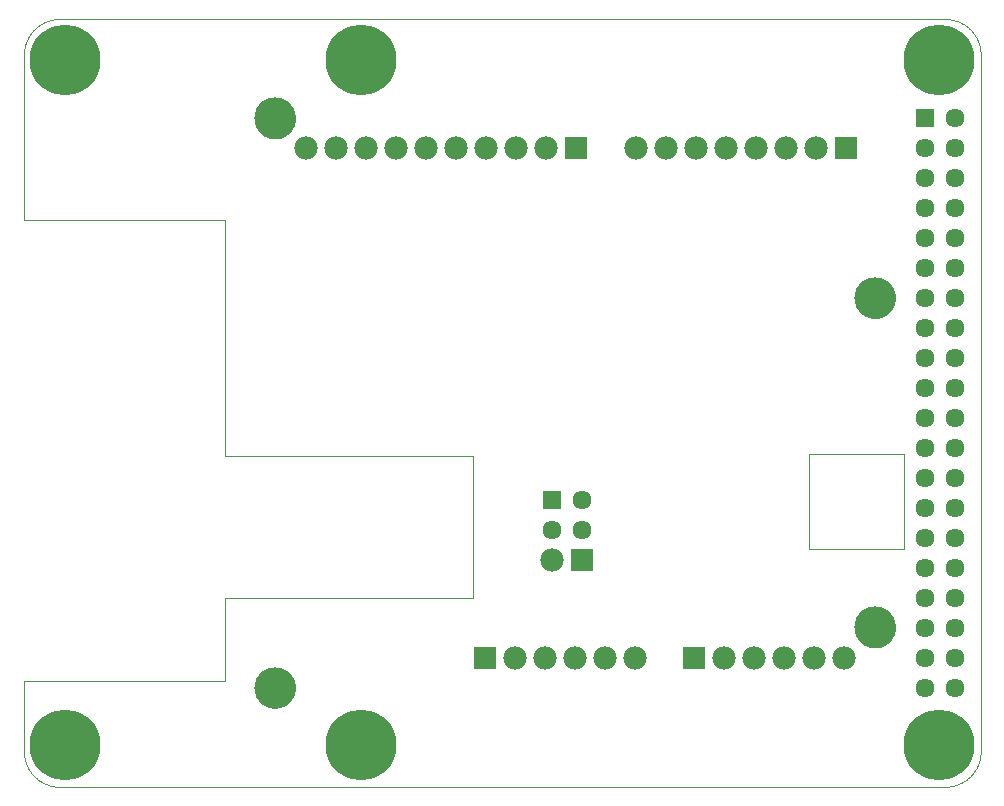
<source format=gts>
G75*
%MOIN*%
%OFA0B0*%
%FSLAX25Y25*%
%IPPOS*%
%LPD*%
%AMOC8*
5,1,8,0,0,1.08239X$1,22.5*
%
%ADD10C,0.00000*%
%ADD11C,0.13786*%
%ADD12C,0.11030*%
%ADD13C,0.23622*%
%ADD14R,0.06337X0.06337*%
%ADD15C,0.06337*%
%ADD16R,0.07800X0.07800*%
%ADD17C,0.07800*%
D10*
X0095551Y0157756D02*
X0390827Y0157756D01*
X0391112Y0157759D01*
X0391398Y0157770D01*
X0391683Y0157787D01*
X0391967Y0157811D01*
X0392251Y0157842D01*
X0392534Y0157880D01*
X0392815Y0157925D01*
X0393096Y0157976D01*
X0393376Y0158034D01*
X0393654Y0158099D01*
X0393930Y0158171D01*
X0394204Y0158249D01*
X0394477Y0158334D01*
X0394747Y0158426D01*
X0395015Y0158524D01*
X0395281Y0158628D01*
X0395544Y0158739D01*
X0395804Y0158856D01*
X0396062Y0158979D01*
X0396316Y0159109D01*
X0396567Y0159245D01*
X0396815Y0159386D01*
X0397059Y0159534D01*
X0397300Y0159687D01*
X0397536Y0159847D01*
X0397769Y0160012D01*
X0397998Y0160182D01*
X0398223Y0160358D01*
X0398443Y0160540D01*
X0398659Y0160726D01*
X0398870Y0160918D01*
X0399077Y0161115D01*
X0399279Y0161317D01*
X0399476Y0161524D01*
X0399668Y0161735D01*
X0399854Y0161951D01*
X0400036Y0162171D01*
X0400212Y0162396D01*
X0400382Y0162625D01*
X0400547Y0162858D01*
X0400707Y0163094D01*
X0400860Y0163335D01*
X0401008Y0163579D01*
X0401149Y0163827D01*
X0401285Y0164078D01*
X0401415Y0164332D01*
X0401538Y0164590D01*
X0401655Y0164850D01*
X0401766Y0165113D01*
X0401870Y0165379D01*
X0401968Y0165647D01*
X0402060Y0165917D01*
X0402145Y0166190D01*
X0402223Y0166464D01*
X0402295Y0166740D01*
X0402360Y0167018D01*
X0402418Y0167298D01*
X0402469Y0167579D01*
X0402514Y0167860D01*
X0402552Y0168143D01*
X0402583Y0168427D01*
X0402607Y0168711D01*
X0402624Y0168996D01*
X0402635Y0169282D01*
X0402638Y0169567D01*
X0402638Y0401850D01*
X0402635Y0402135D01*
X0402624Y0402421D01*
X0402607Y0402706D01*
X0402583Y0402990D01*
X0402552Y0403274D01*
X0402514Y0403557D01*
X0402469Y0403838D01*
X0402418Y0404119D01*
X0402360Y0404399D01*
X0402295Y0404677D01*
X0402223Y0404953D01*
X0402145Y0405227D01*
X0402060Y0405500D01*
X0401968Y0405770D01*
X0401870Y0406038D01*
X0401766Y0406304D01*
X0401655Y0406567D01*
X0401538Y0406827D01*
X0401415Y0407085D01*
X0401285Y0407339D01*
X0401149Y0407590D01*
X0401008Y0407838D01*
X0400860Y0408082D01*
X0400707Y0408323D01*
X0400547Y0408559D01*
X0400382Y0408792D01*
X0400212Y0409021D01*
X0400036Y0409246D01*
X0399854Y0409466D01*
X0399668Y0409682D01*
X0399476Y0409893D01*
X0399279Y0410100D01*
X0399077Y0410302D01*
X0398870Y0410499D01*
X0398659Y0410691D01*
X0398443Y0410877D01*
X0398223Y0411059D01*
X0397998Y0411235D01*
X0397769Y0411405D01*
X0397536Y0411570D01*
X0397300Y0411730D01*
X0397059Y0411883D01*
X0396815Y0412031D01*
X0396567Y0412172D01*
X0396316Y0412308D01*
X0396062Y0412438D01*
X0395804Y0412561D01*
X0395544Y0412678D01*
X0395281Y0412789D01*
X0395015Y0412893D01*
X0394747Y0412991D01*
X0394477Y0413083D01*
X0394204Y0413168D01*
X0393930Y0413246D01*
X0393654Y0413318D01*
X0393376Y0413383D01*
X0393096Y0413441D01*
X0392815Y0413492D01*
X0392534Y0413537D01*
X0392251Y0413575D01*
X0391967Y0413606D01*
X0391683Y0413630D01*
X0391398Y0413647D01*
X0391112Y0413658D01*
X0390827Y0413661D01*
X0095551Y0413661D01*
X0095266Y0413658D01*
X0094980Y0413647D01*
X0094695Y0413630D01*
X0094411Y0413606D01*
X0094127Y0413575D01*
X0093844Y0413537D01*
X0093563Y0413492D01*
X0093282Y0413441D01*
X0093002Y0413383D01*
X0092724Y0413318D01*
X0092448Y0413246D01*
X0092174Y0413168D01*
X0091901Y0413083D01*
X0091631Y0412991D01*
X0091363Y0412893D01*
X0091097Y0412789D01*
X0090834Y0412678D01*
X0090574Y0412561D01*
X0090316Y0412438D01*
X0090062Y0412308D01*
X0089811Y0412172D01*
X0089563Y0412031D01*
X0089319Y0411883D01*
X0089078Y0411730D01*
X0088842Y0411570D01*
X0088609Y0411405D01*
X0088380Y0411235D01*
X0088155Y0411059D01*
X0087935Y0410877D01*
X0087719Y0410691D01*
X0087508Y0410499D01*
X0087301Y0410302D01*
X0087099Y0410100D01*
X0086902Y0409893D01*
X0086710Y0409682D01*
X0086524Y0409466D01*
X0086342Y0409246D01*
X0086166Y0409021D01*
X0085996Y0408792D01*
X0085831Y0408559D01*
X0085671Y0408323D01*
X0085518Y0408082D01*
X0085370Y0407838D01*
X0085229Y0407590D01*
X0085093Y0407339D01*
X0084963Y0407085D01*
X0084840Y0406827D01*
X0084723Y0406567D01*
X0084612Y0406304D01*
X0084508Y0406038D01*
X0084410Y0405770D01*
X0084318Y0405500D01*
X0084233Y0405227D01*
X0084155Y0404953D01*
X0084083Y0404677D01*
X0084018Y0404399D01*
X0083960Y0404119D01*
X0083909Y0403838D01*
X0083864Y0403557D01*
X0083826Y0403274D01*
X0083795Y0402990D01*
X0083771Y0402706D01*
X0083754Y0402421D01*
X0083743Y0402135D01*
X0083740Y0401850D01*
X0083740Y0346732D01*
X0150669Y0346732D01*
X0150669Y0267992D01*
X0233346Y0267992D01*
X0233346Y0220748D01*
X0150669Y0220748D01*
X0150669Y0193189D01*
X0083740Y0193189D01*
X0083740Y0169567D01*
X0083743Y0169282D01*
X0083754Y0168996D01*
X0083771Y0168711D01*
X0083795Y0168427D01*
X0083826Y0168143D01*
X0083864Y0167860D01*
X0083909Y0167579D01*
X0083960Y0167298D01*
X0084018Y0167018D01*
X0084083Y0166740D01*
X0084155Y0166464D01*
X0084233Y0166190D01*
X0084318Y0165917D01*
X0084410Y0165647D01*
X0084508Y0165379D01*
X0084612Y0165113D01*
X0084723Y0164850D01*
X0084840Y0164590D01*
X0084963Y0164332D01*
X0085093Y0164078D01*
X0085229Y0163827D01*
X0085370Y0163579D01*
X0085518Y0163335D01*
X0085671Y0163094D01*
X0085831Y0162858D01*
X0085996Y0162625D01*
X0086166Y0162396D01*
X0086342Y0162171D01*
X0086524Y0161951D01*
X0086710Y0161735D01*
X0086902Y0161524D01*
X0087099Y0161317D01*
X0087301Y0161115D01*
X0087508Y0160918D01*
X0087719Y0160726D01*
X0087935Y0160540D01*
X0088155Y0160358D01*
X0088380Y0160182D01*
X0088609Y0160012D01*
X0088842Y0159847D01*
X0089078Y0159687D01*
X0089319Y0159534D01*
X0089563Y0159386D01*
X0089811Y0159245D01*
X0090062Y0159109D01*
X0090316Y0158979D01*
X0090574Y0158856D01*
X0090834Y0158739D01*
X0091097Y0158628D01*
X0091363Y0158524D01*
X0091631Y0158426D01*
X0091901Y0158334D01*
X0092174Y0158249D01*
X0092448Y0158171D01*
X0092724Y0158099D01*
X0093002Y0158034D01*
X0093282Y0157976D01*
X0093563Y0157925D01*
X0093844Y0157880D01*
X0094127Y0157842D01*
X0094411Y0157811D01*
X0094695Y0157787D01*
X0094980Y0157770D01*
X0095266Y0157759D01*
X0095551Y0157756D01*
X0092205Y0171535D02*
X0092207Y0171680D01*
X0092213Y0171825D01*
X0092223Y0171970D01*
X0092237Y0172115D01*
X0092255Y0172259D01*
X0092276Y0172402D01*
X0092302Y0172545D01*
X0092331Y0172687D01*
X0092365Y0172829D01*
X0092402Y0172969D01*
X0092443Y0173108D01*
X0092488Y0173246D01*
X0092537Y0173383D01*
X0092589Y0173519D01*
X0092645Y0173653D01*
X0092705Y0173785D01*
X0092768Y0173916D01*
X0092835Y0174044D01*
X0092905Y0174172D01*
X0092979Y0174297D01*
X0093056Y0174420D01*
X0093136Y0174540D01*
X0093220Y0174659D01*
X0093307Y0174775D01*
X0093397Y0174889D01*
X0093490Y0175001D01*
X0093586Y0175109D01*
X0093686Y0175215D01*
X0093787Y0175319D01*
X0093892Y0175419D01*
X0094000Y0175517D01*
X0094110Y0175612D01*
X0094222Y0175703D01*
X0094337Y0175792D01*
X0094455Y0175877D01*
X0094575Y0175959D01*
X0094697Y0176038D01*
X0094821Y0176114D01*
X0094947Y0176186D01*
X0095075Y0176254D01*
X0095205Y0176319D01*
X0095336Y0176381D01*
X0095469Y0176438D01*
X0095604Y0176493D01*
X0095740Y0176543D01*
X0095878Y0176590D01*
X0096016Y0176633D01*
X0096156Y0176672D01*
X0096297Y0176707D01*
X0096439Y0176739D01*
X0096581Y0176766D01*
X0096724Y0176790D01*
X0096868Y0176810D01*
X0097013Y0176826D01*
X0097157Y0176838D01*
X0097302Y0176846D01*
X0097447Y0176850D01*
X0097593Y0176850D01*
X0097738Y0176846D01*
X0097883Y0176838D01*
X0098027Y0176826D01*
X0098172Y0176810D01*
X0098316Y0176790D01*
X0098459Y0176766D01*
X0098601Y0176739D01*
X0098743Y0176707D01*
X0098884Y0176672D01*
X0099024Y0176633D01*
X0099162Y0176590D01*
X0099300Y0176543D01*
X0099436Y0176493D01*
X0099571Y0176438D01*
X0099704Y0176381D01*
X0099835Y0176319D01*
X0099965Y0176254D01*
X0100093Y0176186D01*
X0100219Y0176114D01*
X0100343Y0176038D01*
X0100465Y0175959D01*
X0100585Y0175877D01*
X0100703Y0175792D01*
X0100818Y0175703D01*
X0100930Y0175612D01*
X0101040Y0175517D01*
X0101148Y0175419D01*
X0101253Y0175319D01*
X0101354Y0175215D01*
X0101454Y0175109D01*
X0101550Y0175001D01*
X0101643Y0174889D01*
X0101733Y0174775D01*
X0101820Y0174659D01*
X0101904Y0174540D01*
X0101984Y0174420D01*
X0102061Y0174297D01*
X0102135Y0174172D01*
X0102205Y0174044D01*
X0102272Y0173916D01*
X0102335Y0173785D01*
X0102395Y0173653D01*
X0102451Y0173519D01*
X0102503Y0173383D01*
X0102552Y0173246D01*
X0102597Y0173108D01*
X0102638Y0172969D01*
X0102675Y0172829D01*
X0102709Y0172687D01*
X0102738Y0172545D01*
X0102764Y0172402D01*
X0102785Y0172259D01*
X0102803Y0172115D01*
X0102817Y0171970D01*
X0102827Y0171825D01*
X0102833Y0171680D01*
X0102835Y0171535D01*
X0102833Y0171390D01*
X0102827Y0171245D01*
X0102817Y0171100D01*
X0102803Y0170955D01*
X0102785Y0170811D01*
X0102764Y0170668D01*
X0102738Y0170525D01*
X0102709Y0170383D01*
X0102675Y0170241D01*
X0102638Y0170101D01*
X0102597Y0169962D01*
X0102552Y0169824D01*
X0102503Y0169687D01*
X0102451Y0169551D01*
X0102395Y0169417D01*
X0102335Y0169285D01*
X0102272Y0169154D01*
X0102205Y0169026D01*
X0102135Y0168898D01*
X0102061Y0168773D01*
X0101984Y0168650D01*
X0101904Y0168530D01*
X0101820Y0168411D01*
X0101733Y0168295D01*
X0101643Y0168181D01*
X0101550Y0168069D01*
X0101454Y0167961D01*
X0101354Y0167855D01*
X0101253Y0167751D01*
X0101148Y0167651D01*
X0101040Y0167553D01*
X0100930Y0167458D01*
X0100818Y0167367D01*
X0100703Y0167278D01*
X0100585Y0167193D01*
X0100465Y0167111D01*
X0100343Y0167032D01*
X0100219Y0166956D01*
X0100093Y0166884D01*
X0099965Y0166816D01*
X0099835Y0166751D01*
X0099704Y0166689D01*
X0099571Y0166632D01*
X0099436Y0166577D01*
X0099300Y0166527D01*
X0099162Y0166480D01*
X0099024Y0166437D01*
X0098884Y0166398D01*
X0098743Y0166363D01*
X0098601Y0166331D01*
X0098459Y0166304D01*
X0098316Y0166280D01*
X0098172Y0166260D01*
X0098027Y0166244D01*
X0097883Y0166232D01*
X0097738Y0166224D01*
X0097593Y0166220D01*
X0097447Y0166220D01*
X0097302Y0166224D01*
X0097157Y0166232D01*
X0097013Y0166244D01*
X0096868Y0166260D01*
X0096724Y0166280D01*
X0096581Y0166304D01*
X0096439Y0166331D01*
X0096297Y0166363D01*
X0096156Y0166398D01*
X0096016Y0166437D01*
X0095878Y0166480D01*
X0095740Y0166527D01*
X0095604Y0166577D01*
X0095469Y0166632D01*
X0095336Y0166689D01*
X0095205Y0166751D01*
X0095075Y0166816D01*
X0094947Y0166884D01*
X0094821Y0166956D01*
X0094697Y0167032D01*
X0094575Y0167111D01*
X0094455Y0167193D01*
X0094337Y0167278D01*
X0094222Y0167367D01*
X0094110Y0167458D01*
X0094000Y0167553D01*
X0093892Y0167651D01*
X0093787Y0167751D01*
X0093686Y0167855D01*
X0093586Y0167961D01*
X0093490Y0168069D01*
X0093397Y0168181D01*
X0093307Y0168295D01*
X0093220Y0168411D01*
X0093136Y0168530D01*
X0093056Y0168650D01*
X0092979Y0168773D01*
X0092905Y0168898D01*
X0092835Y0169026D01*
X0092768Y0169154D01*
X0092705Y0169285D01*
X0092645Y0169417D01*
X0092589Y0169551D01*
X0092537Y0169687D01*
X0092488Y0169824D01*
X0092443Y0169962D01*
X0092402Y0170101D01*
X0092365Y0170241D01*
X0092331Y0170383D01*
X0092302Y0170525D01*
X0092276Y0170668D01*
X0092255Y0170811D01*
X0092237Y0170955D01*
X0092223Y0171100D01*
X0092213Y0171245D01*
X0092207Y0171390D01*
X0092205Y0171535D01*
X0160669Y0190827D02*
X0160671Y0190991D01*
X0160677Y0191155D01*
X0160687Y0191319D01*
X0160701Y0191483D01*
X0160719Y0191646D01*
X0160741Y0191809D01*
X0160768Y0191971D01*
X0160798Y0192133D01*
X0160832Y0192293D01*
X0160870Y0192453D01*
X0160911Y0192612D01*
X0160957Y0192770D01*
X0161007Y0192926D01*
X0161060Y0193082D01*
X0161117Y0193236D01*
X0161178Y0193388D01*
X0161243Y0193539D01*
X0161312Y0193689D01*
X0161384Y0193836D01*
X0161459Y0193982D01*
X0161539Y0194126D01*
X0161621Y0194268D01*
X0161707Y0194408D01*
X0161797Y0194545D01*
X0161890Y0194681D01*
X0161986Y0194814D01*
X0162086Y0194945D01*
X0162188Y0195073D01*
X0162294Y0195199D01*
X0162403Y0195322D01*
X0162515Y0195442D01*
X0162629Y0195560D01*
X0162747Y0195674D01*
X0162867Y0195786D01*
X0162990Y0195895D01*
X0163116Y0196001D01*
X0163244Y0196103D01*
X0163375Y0196203D01*
X0163508Y0196299D01*
X0163644Y0196392D01*
X0163781Y0196482D01*
X0163921Y0196568D01*
X0164063Y0196650D01*
X0164207Y0196730D01*
X0164353Y0196805D01*
X0164500Y0196877D01*
X0164650Y0196946D01*
X0164801Y0197011D01*
X0164953Y0197072D01*
X0165107Y0197129D01*
X0165263Y0197182D01*
X0165419Y0197232D01*
X0165577Y0197278D01*
X0165736Y0197319D01*
X0165896Y0197357D01*
X0166056Y0197391D01*
X0166218Y0197421D01*
X0166380Y0197448D01*
X0166543Y0197470D01*
X0166706Y0197488D01*
X0166870Y0197502D01*
X0167034Y0197512D01*
X0167198Y0197518D01*
X0167362Y0197520D01*
X0167526Y0197518D01*
X0167690Y0197512D01*
X0167854Y0197502D01*
X0168018Y0197488D01*
X0168181Y0197470D01*
X0168344Y0197448D01*
X0168506Y0197421D01*
X0168668Y0197391D01*
X0168828Y0197357D01*
X0168988Y0197319D01*
X0169147Y0197278D01*
X0169305Y0197232D01*
X0169461Y0197182D01*
X0169617Y0197129D01*
X0169771Y0197072D01*
X0169923Y0197011D01*
X0170074Y0196946D01*
X0170224Y0196877D01*
X0170371Y0196805D01*
X0170517Y0196730D01*
X0170661Y0196650D01*
X0170803Y0196568D01*
X0170943Y0196482D01*
X0171080Y0196392D01*
X0171216Y0196299D01*
X0171349Y0196203D01*
X0171480Y0196103D01*
X0171608Y0196001D01*
X0171734Y0195895D01*
X0171857Y0195786D01*
X0171977Y0195674D01*
X0172095Y0195560D01*
X0172209Y0195442D01*
X0172321Y0195322D01*
X0172430Y0195199D01*
X0172536Y0195073D01*
X0172638Y0194945D01*
X0172738Y0194814D01*
X0172834Y0194681D01*
X0172927Y0194545D01*
X0173017Y0194408D01*
X0173103Y0194268D01*
X0173185Y0194126D01*
X0173265Y0193982D01*
X0173340Y0193836D01*
X0173412Y0193689D01*
X0173481Y0193539D01*
X0173546Y0193388D01*
X0173607Y0193236D01*
X0173664Y0193082D01*
X0173717Y0192926D01*
X0173767Y0192770D01*
X0173813Y0192612D01*
X0173854Y0192453D01*
X0173892Y0192293D01*
X0173926Y0192133D01*
X0173956Y0191971D01*
X0173983Y0191809D01*
X0174005Y0191646D01*
X0174023Y0191483D01*
X0174037Y0191319D01*
X0174047Y0191155D01*
X0174053Y0190991D01*
X0174055Y0190827D01*
X0174053Y0190663D01*
X0174047Y0190499D01*
X0174037Y0190335D01*
X0174023Y0190171D01*
X0174005Y0190008D01*
X0173983Y0189845D01*
X0173956Y0189683D01*
X0173926Y0189521D01*
X0173892Y0189361D01*
X0173854Y0189201D01*
X0173813Y0189042D01*
X0173767Y0188884D01*
X0173717Y0188728D01*
X0173664Y0188572D01*
X0173607Y0188418D01*
X0173546Y0188266D01*
X0173481Y0188115D01*
X0173412Y0187965D01*
X0173340Y0187818D01*
X0173265Y0187672D01*
X0173185Y0187528D01*
X0173103Y0187386D01*
X0173017Y0187246D01*
X0172927Y0187109D01*
X0172834Y0186973D01*
X0172738Y0186840D01*
X0172638Y0186709D01*
X0172536Y0186581D01*
X0172430Y0186455D01*
X0172321Y0186332D01*
X0172209Y0186212D01*
X0172095Y0186094D01*
X0171977Y0185980D01*
X0171857Y0185868D01*
X0171734Y0185759D01*
X0171608Y0185653D01*
X0171480Y0185551D01*
X0171349Y0185451D01*
X0171216Y0185355D01*
X0171080Y0185262D01*
X0170943Y0185172D01*
X0170803Y0185086D01*
X0170661Y0185004D01*
X0170517Y0184924D01*
X0170371Y0184849D01*
X0170224Y0184777D01*
X0170074Y0184708D01*
X0169923Y0184643D01*
X0169771Y0184582D01*
X0169617Y0184525D01*
X0169461Y0184472D01*
X0169305Y0184422D01*
X0169147Y0184376D01*
X0168988Y0184335D01*
X0168828Y0184297D01*
X0168668Y0184263D01*
X0168506Y0184233D01*
X0168344Y0184206D01*
X0168181Y0184184D01*
X0168018Y0184166D01*
X0167854Y0184152D01*
X0167690Y0184142D01*
X0167526Y0184136D01*
X0167362Y0184134D01*
X0167198Y0184136D01*
X0167034Y0184142D01*
X0166870Y0184152D01*
X0166706Y0184166D01*
X0166543Y0184184D01*
X0166380Y0184206D01*
X0166218Y0184233D01*
X0166056Y0184263D01*
X0165896Y0184297D01*
X0165736Y0184335D01*
X0165577Y0184376D01*
X0165419Y0184422D01*
X0165263Y0184472D01*
X0165107Y0184525D01*
X0164953Y0184582D01*
X0164801Y0184643D01*
X0164650Y0184708D01*
X0164500Y0184777D01*
X0164353Y0184849D01*
X0164207Y0184924D01*
X0164063Y0185004D01*
X0163921Y0185086D01*
X0163781Y0185172D01*
X0163644Y0185262D01*
X0163508Y0185355D01*
X0163375Y0185451D01*
X0163244Y0185551D01*
X0163116Y0185653D01*
X0162990Y0185759D01*
X0162867Y0185868D01*
X0162747Y0185980D01*
X0162629Y0186094D01*
X0162515Y0186212D01*
X0162403Y0186332D01*
X0162294Y0186455D01*
X0162188Y0186581D01*
X0162086Y0186709D01*
X0161986Y0186840D01*
X0161890Y0186973D01*
X0161797Y0187109D01*
X0161707Y0187246D01*
X0161621Y0187386D01*
X0161539Y0187528D01*
X0161459Y0187672D01*
X0161384Y0187818D01*
X0161312Y0187965D01*
X0161243Y0188115D01*
X0161178Y0188266D01*
X0161117Y0188418D01*
X0161060Y0188572D01*
X0161007Y0188728D01*
X0160957Y0188884D01*
X0160911Y0189042D01*
X0160870Y0189201D01*
X0160832Y0189361D01*
X0160798Y0189521D01*
X0160768Y0189683D01*
X0160741Y0189845D01*
X0160719Y0190008D01*
X0160701Y0190171D01*
X0160687Y0190335D01*
X0160677Y0190499D01*
X0160671Y0190663D01*
X0160669Y0190827D01*
X0190630Y0171535D02*
X0190632Y0171680D01*
X0190638Y0171825D01*
X0190648Y0171970D01*
X0190662Y0172115D01*
X0190680Y0172259D01*
X0190701Y0172402D01*
X0190727Y0172545D01*
X0190756Y0172687D01*
X0190790Y0172829D01*
X0190827Y0172969D01*
X0190868Y0173108D01*
X0190913Y0173246D01*
X0190962Y0173383D01*
X0191014Y0173519D01*
X0191070Y0173653D01*
X0191130Y0173785D01*
X0191193Y0173916D01*
X0191260Y0174044D01*
X0191330Y0174172D01*
X0191404Y0174297D01*
X0191481Y0174420D01*
X0191561Y0174540D01*
X0191645Y0174659D01*
X0191732Y0174775D01*
X0191822Y0174889D01*
X0191915Y0175001D01*
X0192011Y0175109D01*
X0192111Y0175215D01*
X0192212Y0175319D01*
X0192317Y0175419D01*
X0192425Y0175517D01*
X0192535Y0175612D01*
X0192647Y0175703D01*
X0192762Y0175792D01*
X0192880Y0175877D01*
X0193000Y0175959D01*
X0193122Y0176038D01*
X0193246Y0176114D01*
X0193372Y0176186D01*
X0193500Y0176254D01*
X0193630Y0176319D01*
X0193761Y0176381D01*
X0193894Y0176438D01*
X0194029Y0176493D01*
X0194165Y0176543D01*
X0194303Y0176590D01*
X0194441Y0176633D01*
X0194581Y0176672D01*
X0194722Y0176707D01*
X0194864Y0176739D01*
X0195006Y0176766D01*
X0195149Y0176790D01*
X0195293Y0176810D01*
X0195438Y0176826D01*
X0195582Y0176838D01*
X0195727Y0176846D01*
X0195872Y0176850D01*
X0196018Y0176850D01*
X0196163Y0176846D01*
X0196308Y0176838D01*
X0196452Y0176826D01*
X0196597Y0176810D01*
X0196741Y0176790D01*
X0196884Y0176766D01*
X0197026Y0176739D01*
X0197168Y0176707D01*
X0197309Y0176672D01*
X0197449Y0176633D01*
X0197587Y0176590D01*
X0197725Y0176543D01*
X0197861Y0176493D01*
X0197996Y0176438D01*
X0198129Y0176381D01*
X0198260Y0176319D01*
X0198390Y0176254D01*
X0198518Y0176186D01*
X0198644Y0176114D01*
X0198768Y0176038D01*
X0198890Y0175959D01*
X0199010Y0175877D01*
X0199128Y0175792D01*
X0199243Y0175703D01*
X0199355Y0175612D01*
X0199465Y0175517D01*
X0199573Y0175419D01*
X0199678Y0175319D01*
X0199779Y0175215D01*
X0199879Y0175109D01*
X0199975Y0175001D01*
X0200068Y0174889D01*
X0200158Y0174775D01*
X0200245Y0174659D01*
X0200329Y0174540D01*
X0200409Y0174420D01*
X0200486Y0174297D01*
X0200560Y0174172D01*
X0200630Y0174044D01*
X0200697Y0173916D01*
X0200760Y0173785D01*
X0200820Y0173653D01*
X0200876Y0173519D01*
X0200928Y0173383D01*
X0200977Y0173246D01*
X0201022Y0173108D01*
X0201063Y0172969D01*
X0201100Y0172829D01*
X0201134Y0172687D01*
X0201163Y0172545D01*
X0201189Y0172402D01*
X0201210Y0172259D01*
X0201228Y0172115D01*
X0201242Y0171970D01*
X0201252Y0171825D01*
X0201258Y0171680D01*
X0201260Y0171535D01*
X0201258Y0171390D01*
X0201252Y0171245D01*
X0201242Y0171100D01*
X0201228Y0170955D01*
X0201210Y0170811D01*
X0201189Y0170668D01*
X0201163Y0170525D01*
X0201134Y0170383D01*
X0201100Y0170241D01*
X0201063Y0170101D01*
X0201022Y0169962D01*
X0200977Y0169824D01*
X0200928Y0169687D01*
X0200876Y0169551D01*
X0200820Y0169417D01*
X0200760Y0169285D01*
X0200697Y0169154D01*
X0200630Y0169026D01*
X0200560Y0168898D01*
X0200486Y0168773D01*
X0200409Y0168650D01*
X0200329Y0168530D01*
X0200245Y0168411D01*
X0200158Y0168295D01*
X0200068Y0168181D01*
X0199975Y0168069D01*
X0199879Y0167961D01*
X0199779Y0167855D01*
X0199678Y0167751D01*
X0199573Y0167651D01*
X0199465Y0167553D01*
X0199355Y0167458D01*
X0199243Y0167367D01*
X0199128Y0167278D01*
X0199010Y0167193D01*
X0198890Y0167111D01*
X0198768Y0167032D01*
X0198644Y0166956D01*
X0198518Y0166884D01*
X0198390Y0166816D01*
X0198260Y0166751D01*
X0198129Y0166689D01*
X0197996Y0166632D01*
X0197861Y0166577D01*
X0197725Y0166527D01*
X0197587Y0166480D01*
X0197449Y0166437D01*
X0197309Y0166398D01*
X0197168Y0166363D01*
X0197026Y0166331D01*
X0196884Y0166304D01*
X0196741Y0166280D01*
X0196597Y0166260D01*
X0196452Y0166244D01*
X0196308Y0166232D01*
X0196163Y0166224D01*
X0196018Y0166220D01*
X0195872Y0166220D01*
X0195727Y0166224D01*
X0195582Y0166232D01*
X0195438Y0166244D01*
X0195293Y0166260D01*
X0195149Y0166280D01*
X0195006Y0166304D01*
X0194864Y0166331D01*
X0194722Y0166363D01*
X0194581Y0166398D01*
X0194441Y0166437D01*
X0194303Y0166480D01*
X0194165Y0166527D01*
X0194029Y0166577D01*
X0193894Y0166632D01*
X0193761Y0166689D01*
X0193630Y0166751D01*
X0193500Y0166816D01*
X0193372Y0166884D01*
X0193246Y0166956D01*
X0193122Y0167032D01*
X0193000Y0167111D01*
X0192880Y0167193D01*
X0192762Y0167278D01*
X0192647Y0167367D01*
X0192535Y0167458D01*
X0192425Y0167553D01*
X0192317Y0167651D01*
X0192212Y0167751D01*
X0192111Y0167855D01*
X0192011Y0167961D01*
X0191915Y0168069D01*
X0191822Y0168181D01*
X0191732Y0168295D01*
X0191645Y0168411D01*
X0191561Y0168530D01*
X0191481Y0168650D01*
X0191404Y0168773D01*
X0191330Y0168898D01*
X0191260Y0169026D01*
X0191193Y0169154D01*
X0191130Y0169285D01*
X0191070Y0169417D01*
X0191014Y0169551D01*
X0190962Y0169687D01*
X0190913Y0169824D01*
X0190868Y0169962D01*
X0190827Y0170101D01*
X0190790Y0170241D01*
X0190756Y0170383D01*
X0190727Y0170525D01*
X0190701Y0170668D01*
X0190680Y0170811D01*
X0190662Y0170955D01*
X0190648Y0171100D01*
X0190638Y0171245D01*
X0190632Y0171390D01*
X0190630Y0171535D01*
X0345551Y0237087D02*
X0345551Y0268583D01*
X0377047Y0268583D01*
X0377047Y0237087D01*
X0345551Y0237087D01*
X0360669Y0210906D02*
X0360671Y0211070D01*
X0360677Y0211234D01*
X0360687Y0211398D01*
X0360701Y0211562D01*
X0360719Y0211725D01*
X0360741Y0211888D01*
X0360768Y0212050D01*
X0360798Y0212212D01*
X0360832Y0212372D01*
X0360870Y0212532D01*
X0360911Y0212691D01*
X0360957Y0212849D01*
X0361007Y0213005D01*
X0361060Y0213161D01*
X0361117Y0213315D01*
X0361178Y0213467D01*
X0361243Y0213618D01*
X0361312Y0213768D01*
X0361384Y0213915D01*
X0361459Y0214061D01*
X0361539Y0214205D01*
X0361621Y0214347D01*
X0361707Y0214487D01*
X0361797Y0214624D01*
X0361890Y0214760D01*
X0361986Y0214893D01*
X0362086Y0215024D01*
X0362188Y0215152D01*
X0362294Y0215278D01*
X0362403Y0215401D01*
X0362515Y0215521D01*
X0362629Y0215639D01*
X0362747Y0215753D01*
X0362867Y0215865D01*
X0362990Y0215974D01*
X0363116Y0216080D01*
X0363244Y0216182D01*
X0363375Y0216282D01*
X0363508Y0216378D01*
X0363644Y0216471D01*
X0363781Y0216561D01*
X0363921Y0216647D01*
X0364063Y0216729D01*
X0364207Y0216809D01*
X0364353Y0216884D01*
X0364500Y0216956D01*
X0364650Y0217025D01*
X0364801Y0217090D01*
X0364953Y0217151D01*
X0365107Y0217208D01*
X0365263Y0217261D01*
X0365419Y0217311D01*
X0365577Y0217357D01*
X0365736Y0217398D01*
X0365896Y0217436D01*
X0366056Y0217470D01*
X0366218Y0217500D01*
X0366380Y0217527D01*
X0366543Y0217549D01*
X0366706Y0217567D01*
X0366870Y0217581D01*
X0367034Y0217591D01*
X0367198Y0217597D01*
X0367362Y0217599D01*
X0367526Y0217597D01*
X0367690Y0217591D01*
X0367854Y0217581D01*
X0368018Y0217567D01*
X0368181Y0217549D01*
X0368344Y0217527D01*
X0368506Y0217500D01*
X0368668Y0217470D01*
X0368828Y0217436D01*
X0368988Y0217398D01*
X0369147Y0217357D01*
X0369305Y0217311D01*
X0369461Y0217261D01*
X0369617Y0217208D01*
X0369771Y0217151D01*
X0369923Y0217090D01*
X0370074Y0217025D01*
X0370224Y0216956D01*
X0370371Y0216884D01*
X0370517Y0216809D01*
X0370661Y0216729D01*
X0370803Y0216647D01*
X0370943Y0216561D01*
X0371080Y0216471D01*
X0371216Y0216378D01*
X0371349Y0216282D01*
X0371480Y0216182D01*
X0371608Y0216080D01*
X0371734Y0215974D01*
X0371857Y0215865D01*
X0371977Y0215753D01*
X0372095Y0215639D01*
X0372209Y0215521D01*
X0372321Y0215401D01*
X0372430Y0215278D01*
X0372536Y0215152D01*
X0372638Y0215024D01*
X0372738Y0214893D01*
X0372834Y0214760D01*
X0372927Y0214624D01*
X0373017Y0214487D01*
X0373103Y0214347D01*
X0373185Y0214205D01*
X0373265Y0214061D01*
X0373340Y0213915D01*
X0373412Y0213768D01*
X0373481Y0213618D01*
X0373546Y0213467D01*
X0373607Y0213315D01*
X0373664Y0213161D01*
X0373717Y0213005D01*
X0373767Y0212849D01*
X0373813Y0212691D01*
X0373854Y0212532D01*
X0373892Y0212372D01*
X0373926Y0212212D01*
X0373956Y0212050D01*
X0373983Y0211888D01*
X0374005Y0211725D01*
X0374023Y0211562D01*
X0374037Y0211398D01*
X0374047Y0211234D01*
X0374053Y0211070D01*
X0374055Y0210906D01*
X0374053Y0210742D01*
X0374047Y0210578D01*
X0374037Y0210414D01*
X0374023Y0210250D01*
X0374005Y0210087D01*
X0373983Y0209924D01*
X0373956Y0209762D01*
X0373926Y0209600D01*
X0373892Y0209440D01*
X0373854Y0209280D01*
X0373813Y0209121D01*
X0373767Y0208963D01*
X0373717Y0208807D01*
X0373664Y0208651D01*
X0373607Y0208497D01*
X0373546Y0208345D01*
X0373481Y0208194D01*
X0373412Y0208044D01*
X0373340Y0207897D01*
X0373265Y0207751D01*
X0373185Y0207607D01*
X0373103Y0207465D01*
X0373017Y0207325D01*
X0372927Y0207188D01*
X0372834Y0207052D01*
X0372738Y0206919D01*
X0372638Y0206788D01*
X0372536Y0206660D01*
X0372430Y0206534D01*
X0372321Y0206411D01*
X0372209Y0206291D01*
X0372095Y0206173D01*
X0371977Y0206059D01*
X0371857Y0205947D01*
X0371734Y0205838D01*
X0371608Y0205732D01*
X0371480Y0205630D01*
X0371349Y0205530D01*
X0371216Y0205434D01*
X0371080Y0205341D01*
X0370943Y0205251D01*
X0370803Y0205165D01*
X0370661Y0205083D01*
X0370517Y0205003D01*
X0370371Y0204928D01*
X0370224Y0204856D01*
X0370074Y0204787D01*
X0369923Y0204722D01*
X0369771Y0204661D01*
X0369617Y0204604D01*
X0369461Y0204551D01*
X0369305Y0204501D01*
X0369147Y0204455D01*
X0368988Y0204414D01*
X0368828Y0204376D01*
X0368668Y0204342D01*
X0368506Y0204312D01*
X0368344Y0204285D01*
X0368181Y0204263D01*
X0368018Y0204245D01*
X0367854Y0204231D01*
X0367690Y0204221D01*
X0367526Y0204215D01*
X0367362Y0204213D01*
X0367198Y0204215D01*
X0367034Y0204221D01*
X0366870Y0204231D01*
X0366706Y0204245D01*
X0366543Y0204263D01*
X0366380Y0204285D01*
X0366218Y0204312D01*
X0366056Y0204342D01*
X0365896Y0204376D01*
X0365736Y0204414D01*
X0365577Y0204455D01*
X0365419Y0204501D01*
X0365263Y0204551D01*
X0365107Y0204604D01*
X0364953Y0204661D01*
X0364801Y0204722D01*
X0364650Y0204787D01*
X0364500Y0204856D01*
X0364353Y0204928D01*
X0364207Y0205003D01*
X0364063Y0205083D01*
X0363921Y0205165D01*
X0363781Y0205251D01*
X0363644Y0205341D01*
X0363508Y0205434D01*
X0363375Y0205530D01*
X0363244Y0205630D01*
X0363116Y0205732D01*
X0362990Y0205838D01*
X0362867Y0205947D01*
X0362747Y0206059D01*
X0362629Y0206173D01*
X0362515Y0206291D01*
X0362403Y0206411D01*
X0362294Y0206534D01*
X0362188Y0206660D01*
X0362086Y0206788D01*
X0361986Y0206919D01*
X0361890Y0207052D01*
X0361797Y0207188D01*
X0361707Y0207325D01*
X0361621Y0207465D01*
X0361539Y0207607D01*
X0361459Y0207751D01*
X0361384Y0207897D01*
X0361312Y0208044D01*
X0361243Y0208194D01*
X0361178Y0208345D01*
X0361117Y0208497D01*
X0361060Y0208651D01*
X0361007Y0208807D01*
X0360957Y0208963D01*
X0360911Y0209121D01*
X0360870Y0209280D01*
X0360832Y0209440D01*
X0360798Y0209600D01*
X0360768Y0209762D01*
X0360741Y0209924D01*
X0360719Y0210087D01*
X0360701Y0210250D01*
X0360687Y0210414D01*
X0360677Y0210578D01*
X0360671Y0210742D01*
X0360669Y0210906D01*
X0383543Y0171535D02*
X0383545Y0171680D01*
X0383551Y0171825D01*
X0383561Y0171970D01*
X0383575Y0172115D01*
X0383593Y0172259D01*
X0383614Y0172402D01*
X0383640Y0172545D01*
X0383669Y0172687D01*
X0383703Y0172829D01*
X0383740Y0172969D01*
X0383781Y0173108D01*
X0383826Y0173246D01*
X0383875Y0173383D01*
X0383927Y0173519D01*
X0383983Y0173653D01*
X0384043Y0173785D01*
X0384106Y0173916D01*
X0384173Y0174044D01*
X0384243Y0174172D01*
X0384317Y0174297D01*
X0384394Y0174420D01*
X0384474Y0174540D01*
X0384558Y0174659D01*
X0384645Y0174775D01*
X0384735Y0174889D01*
X0384828Y0175001D01*
X0384924Y0175109D01*
X0385024Y0175215D01*
X0385125Y0175319D01*
X0385230Y0175419D01*
X0385338Y0175517D01*
X0385448Y0175612D01*
X0385560Y0175703D01*
X0385675Y0175792D01*
X0385793Y0175877D01*
X0385913Y0175959D01*
X0386035Y0176038D01*
X0386159Y0176114D01*
X0386285Y0176186D01*
X0386413Y0176254D01*
X0386543Y0176319D01*
X0386674Y0176381D01*
X0386807Y0176438D01*
X0386942Y0176493D01*
X0387078Y0176543D01*
X0387216Y0176590D01*
X0387354Y0176633D01*
X0387494Y0176672D01*
X0387635Y0176707D01*
X0387777Y0176739D01*
X0387919Y0176766D01*
X0388062Y0176790D01*
X0388206Y0176810D01*
X0388351Y0176826D01*
X0388495Y0176838D01*
X0388640Y0176846D01*
X0388785Y0176850D01*
X0388931Y0176850D01*
X0389076Y0176846D01*
X0389221Y0176838D01*
X0389365Y0176826D01*
X0389510Y0176810D01*
X0389654Y0176790D01*
X0389797Y0176766D01*
X0389939Y0176739D01*
X0390081Y0176707D01*
X0390222Y0176672D01*
X0390362Y0176633D01*
X0390500Y0176590D01*
X0390638Y0176543D01*
X0390774Y0176493D01*
X0390909Y0176438D01*
X0391042Y0176381D01*
X0391173Y0176319D01*
X0391303Y0176254D01*
X0391431Y0176186D01*
X0391557Y0176114D01*
X0391681Y0176038D01*
X0391803Y0175959D01*
X0391923Y0175877D01*
X0392041Y0175792D01*
X0392156Y0175703D01*
X0392268Y0175612D01*
X0392378Y0175517D01*
X0392486Y0175419D01*
X0392591Y0175319D01*
X0392692Y0175215D01*
X0392792Y0175109D01*
X0392888Y0175001D01*
X0392981Y0174889D01*
X0393071Y0174775D01*
X0393158Y0174659D01*
X0393242Y0174540D01*
X0393322Y0174420D01*
X0393399Y0174297D01*
X0393473Y0174172D01*
X0393543Y0174044D01*
X0393610Y0173916D01*
X0393673Y0173785D01*
X0393733Y0173653D01*
X0393789Y0173519D01*
X0393841Y0173383D01*
X0393890Y0173246D01*
X0393935Y0173108D01*
X0393976Y0172969D01*
X0394013Y0172829D01*
X0394047Y0172687D01*
X0394076Y0172545D01*
X0394102Y0172402D01*
X0394123Y0172259D01*
X0394141Y0172115D01*
X0394155Y0171970D01*
X0394165Y0171825D01*
X0394171Y0171680D01*
X0394173Y0171535D01*
X0394171Y0171390D01*
X0394165Y0171245D01*
X0394155Y0171100D01*
X0394141Y0170955D01*
X0394123Y0170811D01*
X0394102Y0170668D01*
X0394076Y0170525D01*
X0394047Y0170383D01*
X0394013Y0170241D01*
X0393976Y0170101D01*
X0393935Y0169962D01*
X0393890Y0169824D01*
X0393841Y0169687D01*
X0393789Y0169551D01*
X0393733Y0169417D01*
X0393673Y0169285D01*
X0393610Y0169154D01*
X0393543Y0169026D01*
X0393473Y0168898D01*
X0393399Y0168773D01*
X0393322Y0168650D01*
X0393242Y0168530D01*
X0393158Y0168411D01*
X0393071Y0168295D01*
X0392981Y0168181D01*
X0392888Y0168069D01*
X0392792Y0167961D01*
X0392692Y0167855D01*
X0392591Y0167751D01*
X0392486Y0167651D01*
X0392378Y0167553D01*
X0392268Y0167458D01*
X0392156Y0167367D01*
X0392041Y0167278D01*
X0391923Y0167193D01*
X0391803Y0167111D01*
X0391681Y0167032D01*
X0391557Y0166956D01*
X0391431Y0166884D01*
X0391303Y0166816D01*
X0391173Y0166751D01*
X0391042Y0166689D01*
X0390909Y0166632D01*
X0390774Y0166577D01*
X0390638Y0166527D01*
X0390500Y0166480D01*
X0390362Y0166437D01*
X0390222Y0166398D01*
X0390081Y0166363D01*
X0389939Y0166331D01*
X0389797Y0166304D01*
X0389654Y0166280D01*
X0389510Y0166260D01*
X0389365Y0166244D01*
X0389221Y0166232D01*
X0389076Y0166224D01*
X0388931Y0166220D01*
X0388785Y0166220D01*
X0388640Y0166224D01*
X0388495Y0166232D01*
X0388351Y0166244D01*
X0388206Y0166260D01*
X0388062Y0166280D01*
X0387919Y0166304D01*
X0387777Y0166331D01*
X0387635Y0166363D01*
X0387494Y0166398D01*
X0387354Y0166437D01*
X0387216Y0166480D01*
X0387078Y0166527D01*
X0386942Y0166577D01*
X0386807Y0166632D01*
X0386674Y0166689D01*
X0386543Y0166751D01*
X0386413Y0166816D01*
X0386285Y0166884D01*
X0386159Y0166956D01*
X0386035Y0167032D01*
X0385913Y0167111D01*
X0385793Y0167193D01*
X0385675Y0167278D01*
X0385560Y0167367D01*
X0385448Y0167458D01*
X0385338Y0167553D01*
X0385230Y0167651D01*
X0385125Y0167751D01*
X0385024Y0167855D01*
X0384924Y0167961D01*
X0384828Y0168069D01*
X0384735Y0168181D01*
X0384645Y0168295D01*
X0384558Y0168411D01*
X0384474Y0168530D01*
X0384394Y0168650D01*
X0384317Y0168773D01*
X0384243Y0168898D01*
X0384173Y0169026D01*
X0384106Y0169154D01*
X0384043Y0169285D01*
X0383983Y0169417D01*
X0383927Y0169551D01*
X0383875Y0169687D01*
X0383826Y0169824D01*
X0383781Y0169962D01*
X0383740Y0170101D01*
X0383703Y0170241D01*
X0383669Y0170383D01*
X0383640Y0170525D01*
X0383614Y0170668D01*
X0383593Y0170811D01*
X0383575Y0170955D01*
X0383561Y0171100D01*
X0383551Y0171245D01*
X0383545Y0171390D01*
X0383543Y0171535D01*
X0360669Y0320748D02*
X0360671Y0320912D01*
X0360677Y0321076D01*
X0360687Y0321240D01*
X0360701Y0321404D01*
X0360719Y0321567D01*
X0360741Y0321730D01*
X0360768Y0321892D01*
X0360798Y0322054D01*
X0360832Y0322214D01*
X0360870Y0322374D01*
X0360911Y0322533D01*
X0360957Y0322691D01*
X0361007Y0322847D01*
X0361060Y0323003D01*
X0361117Y0323157D01*
X0361178Y0323309D01*
X0361243Y0323460D01*
X0361312Y0323610D01*
X0361384Y0323757D01*
X0361459Y0323903D01*
X0361539Y0324047D01*
X0361621Y0324189D01*
X0361707Y0324329D01*
X0361797Y0324466D01*
X0361890Y0324602D01*
X0361986Y0324735D01*
X0362086Y0324866D01*
X0362188Y0324994D01*
X0362294Y0325120D01*
X0362403Y0325243D01*
X0362515Y0325363D01*
X0362629Y0325481D01*
X0362747Y0325595D01*
X0362867Y0325707D01*
X0362990Y0325816D01*
X0363116Y0325922D01*
X0363244Y0326024D01*
X0363375Y0326124D01*
X0363508Y0326220D01*
X0363644Y0326313D01*
X0363781Y0326403D01*
X0363921Y0326489D01*
X0364063Y0326571D01*
X0364207Y0326651D01*
X0364353Y0326726D01*
X0364500Y0326798D01*
X0364650Y0326867D01*
X0364801Y0326932D01*
X0364953Y0326993D01*
X0365107Y0327050D01*
X0365263Y0327103D01*
X0365419Y0327153D01*
X0365577Y0327199D01*
X0365736Y0327240D01*
X0365896Y0327278D01*
X0366056Y0327312D01*
X0366218Y0327342D01*
X0366380Y0327369D01*
X0366543Y0327391D01*
X0366706Y0327409D01*
X0366870Y0327423D01*
X0367034Y0327433D01*
X0367198Y0327439D01*
X0367362Y0327441D01*
X0367526Y0327439D01*
X0367690Y0327433D01*
X0367854Y0327423D01*
X0368018Y0327409D01*
X0368181Y0327391D01*
X0368344Y0327369D01*
X0368506Y0327342D01*
X0368668Y0327312D01*
X0368828Y0327278D01*
X0368988Y0327240D01*
X0369147Y0327199D01*
X0369305Y0327153D01*
X0369461Y0327103D01*
X0369617Y0327050D01*
X0369771Y0326993D01*
X0369923Y0326932D01*
X0370074Y0326867D01*
X0370224Y0326798D01*
X0370371Y0326726D01*
X0370517Y0326651D01*
X0370661Y0326571D01*
X0370803Y0326489D01*
X0370943Y0326403D01*
X0371080Y0326313D01*
X0371216Y0326220D01*
X0371349Y0326124D01*
X0371480Y0326024D01*
X0371608Y0325922D01*
X0371734Y0325816D01*
X0371857Y0325707D01*
X0371977Y0325595D01*
X0372095Y0325481D01*
X0372209Y0325363D01*
X0372321Y0325243D01*
X0372430Y0325120D01*
X0372536Y0324994D01*
X0372638Y0324866D01*
X0372738Y0324735D01*
X0372834Y0324602D01*
X0372927Y0324466D01*
X0373017Y0324329D01*
X0373103Y0324189D01*
X0373185Y0324047D01*
X0373265Y0323903D01*
X0373340Y0323757D01*
X0373412Y0323610D01*
X0373481Y0323460D01*
X0373546Y0323309D01*
X0373607Y0323157D01*
X0373664Y0323003D01*
X0373717Y0322847D01*
X0373767Y0322691D01*
X0373813Y0322533D01*
X0373854Y0322374D01*
X0373892Y0322214D01*
X0373926Y0322054D01*
X0373956Y0321892D01*
X0373983Y0321730D01*
X0374005Y0321567D01*
X0374023Y0321404D01*
X0374037Y0321240D01*
X0374047Y0321076D01*
X0374053Y0320912D01*
X0374055Y0320748D01*
X0374053Y0320584D01*
X0374047Y0320420D01*
X0374037Y0320256D01*
X0374023Y0320092D01*
X0374005Y0319929D01*
X0373983Y0319766D01*
X0373956Y0319604D01*
X0373926Y0319442D01*
X0373892Y0319282D01*
X0373854Y0319122D01*
X0373813Y0318963D01*
X0373767Y0318805D01*
X0373717Y0318649D01*
X0373664Y0318493D01*
X0373607Y0318339D01*
X0373546Y0318187D01*
X0373481Y0318036D01*
X0373412Y0317886D01*
X0373340Y0317739D01*
X0373265Y0317593D01*
X0373185Y0317449D01*
X0373103Y0317307D01*
X0373017Y0317167D01*
X0372927Y0317030D01*
X0372834Y0316894D01*
X0372738Y0316761D01*
X0372638Y0316630D01*
X0372536Y0316502D01*
X0372430Y0316376D01*
X0372321Y0316253D01*
X0372209Y0316133D01*
X0372095Y0316015D01*
X0371977Y0315901D01*
X0371857Y0315789D01*
X0371734Y0315680D01*
X0371608Y0315574D01*
X0371480Y0315472D01*
X0371349Y0315372D01*
X0371216Y0315276D01*
X0371080Y0315183D01*
X0370943Y0315093D01*
X0370803Y0315007D01*
X0370661Y0314925D01*
X0370517Y0314845D01*
X0370371Y0314770D01*
X0370224Y0314698D01*
X0370074Y0314629D01*
X0369923Y0314564D01*
X0369771Y0314503D01*
X0369617Y0314446D01*
X0369461Y0314393D01*
X0369305Y0314343D01*
X0369147Y0314297D01*
X0368988Y0314256D01*
X0368828Y0314218D01*
X0368668Y0314184D01*
X0368506Y0314154D01*
X0368344Y0314127D01*
X0368181Y0314105D01*
X0368018Y0314087D01*
X0367854Y0314073D01*
X0367690Y0314063D01*
X0367526Y0314057D01*
X0367362Y0314055D01*
X0367198Y0314057D01*
X0367034Y0314063D01*
X0366870Y0314073D01*
X0366706Y0314087D01*
X0366543Y0314105D01*
X0366380Y0314127D01*
X0366218Y0314154D01*
X0366056Y0314184D01*
X0365896Y0314218D01*
X0365736Y0314256D01*
X0365577Y0314297D01*
X0365419Y0314343D01*
X0365263Y0314393D01*
X0365107Y0314446D01*
X0364953Y0314503D01*
X0364801Y0314564D01*
X0364650Y0314629D01*
X0364500Y0314698D01*
X0364353Y0314770D01*
X0364207Y0314845D01*
X0364063Y0314925D01*
X0363921Y0315007D01*
X0363781Y0315093D01*
X0363644Y0315183D01*
X0363508Y0315276D01*
X0363375Y0315372D01*
X0363244Y0315472D01*
X0363116Y0315574D01*
X0362990Y0315680D01*
X0362867Y0315789D01*
X0362747Y0315901D01*
X0362629Y0316015D01*
X0362515Y0316133D01*
X0362403Y0316253D01*
X0362294Y0316376D01*
X0362188Y0316502D01*
X0362086Y0316630D01*
X0361986Y0316761D01*
X0361890Y0316894D01*
X0361797Y0317030D01*
X0361707Y0317167D01*
X0361621Y0317307D01*
X0361539Y0317449D01*
X0361459Y0317593D01*
X0361384Y0317739D01*
X0361312Y0317886D01*
X0361243Y0318036D01*
X0361178Y0318187D01*
X0361117Y0318339D01*
X0361060Y0318493D01*
X0361007Y0318649D01*
X0360957Y0318805D01*
X0360911Y0318963D01*
X0360870Y0319122D01*
X0360832Y0319282D01*
X0360798Y0319442D01*
X0360768Y0319604D01*
X0360741Y0319766D01*
X0360719Y0319929D01*
X0360701Y0320092D01*
X0360687Y0320256D01*
X0360677Y0320420D01*
X0360671Y0320584D01*
X0360669Y0320748D01*
X0383543Y0399882D02*
X0383545Y0400027D01*
X0383551Y0400172D01*
X0383561Y0400317D01*
X0383575Y0400462D01*
X0383593Y0400606D01*
X0383614Y0400749D01*
X0383640Y0400892D01*
X0383669Y0401034D01*
X0383703Y0401176D01*
X0383740Y0401316D01*
X0383781Y0401455D01*
X0383826Y0401593D01*
X0383875Y0401730D01*
X0383927Y0401866D01*
X0383983Y0402000D01*
X0384043Y0402132D01*
X0384106Y0402263D01*
X0384173Y0402391D01*
X0384243Y0402519D01*
X0384317Y0402644D01*
X0384394Y0402767D01*
X0384474Y0402887D01*
X0384558Y0403006D01*
X0384645Y0403122D01*
X0384735Y0403236D01*
X0384828Y0403348D01*
X0384924Y0403456D01*
X0385024Y0403562D01*
X0385125Y0403666D01*
X0385230Y0403766D01*
X0385338Y0403864D01*
X0385448Y0403959D01*
X0385560Y0404050D01*
X0385675Y0404139D01*
X0385793Y0404224D01*
X0385913Y0404306D01*
X0386035Y0404385D01*
X0386159Y0404461D01*
X0386285Y0404533D01*
X0386413Y0404601D01*
X0386543Y0404666D01*
X0386674Y0404728D01*
X0386807Y0404785D01*
X0386942Y0404840D01*
X0387078Y0404890D01*
X0387216Y0404937D01*
X0387354Y0404980D01*
X0387494Y0405019D01*
X0387635Y0405054D01*
X0387777Y0405086D01*
X0387919Y0405113D01*
X0388062Y0405137D01*
X0388206Y0405157D01*
X0388351Y0405173D01*
X0388495Y0405185D01*
X0388640Y0405193D01*
X0388785Y0405197D01*
X0388931Y0405197D01*
X0389076Y0405193D01*
X0389221Y0405185D01*
X0389365Y0405173D01*
X0389510Y0405157D01*
X0389654Y0405137D01*
X0389797Y0405113D01*
X0389939Y0405086D01*
X0390081Y0405054D01*
X0390222Y0405019D01*
X0390362Y0404980D01*
X0390500Y0404937D01*
X0390638Y0404890D01*
X0390774Y0404840D01*
X0390909Y0404785D01*
X0391042Y0404728D01*
X0391173Y0404666D01*
X0391303Y0404601D01*
X0391431Y0404533D01*
X0391557Y0404461D01*
X0391681Y0404385D01*
X0391803Y0404306D01*
X0391923Y0404224D01*
X0392041Y0404139D01*
X0392156Y0404050D01*
X0392268Y0403959D01*
X0392378Y0403864D01*
X0392486Y0403766D01*
X0392591Y0403666D01*
X0392692Y0403562D01*
X0392792Y0403456D01*
X0392888Y0403348D01*
X0392981Y0403236D01*
X0393071Y0403122D01*
X0393158Y0403006D01*
X0393242Y0402887D01*
X0393322Y0402767D01*
X0393399Y0402644D01*
X0393473Y0402519D01*
X0393543Y0402391D01*
X0393610Y0402263D01*
X0393673Y0402132D01*
X0393733Y0402000D01*
X0393789Y0401866D01*
X0393841Y0401730D01*
X0393890Y0401593D01*
X0393935Y0401455D01*
X0393976Y0401316D01*
X0394013Y0401176D01*
X0394047Y0401034D01*
X0394076Y0400892D01*
X0394102Y0400749D01*
X0394123Y0400606D01*
X0394141Y0400462D01*
X0394155Y0400317D01*
X0394165Y0400172D01*
X0394171Y0400027D01*
X0394173Y0399882D01*
X0394171Y0399737D01*
X0394165Y0399592D01*
X0394155Y0399447D01*
X0394141Y0399302D01*
X0394123Y0399158D01*
X0394102Y0399015D01*
X0394076Y0398872D01*
X0394047Y0398730D01*
X0394013Y0398588D01*
X0393976Y0398448D01*
X0393935Y0398309D01*
X0393890Y0398171D01*
X0393841Y0398034D01*
X0393789Y0397898D01*
X0393733Y0397764D01*
X0393673Y0397632D01*
X0393610Y0397501D01*
X0393543Y0397373D01*
X0393473Y0397245D01*
X0393399Y0397120D01*
X0393322Y0396997D01*
X0393242Y0396877D01*
X0393158Y0396758D01*
X0393071Y0396642D01*
X0392981Y0396528D01*
X0392888Y0396416D01*
X0392792Y0396308D01*
X0392692Y0396202D01*
X0392591Y0396098D01*
X0392486Y0395998D01*
X0392378Y0395900D01*
X0392268Y0395805D01*
X0392156Y0395714D01*
X0392041Y0395625D01*
X0391923Y0395540D01*
X0391803Y0395458D01*
X0391681Y0395379D01*
X0391557Y0395303D01*
X0391431Y0395231D01*
X0391303Y0395163D01*
X0391173Y0395098D01*
X0391042Y0395036D01*
X0390909Y0394979D01*
X0390774Y0394924D01*
X0390638Y0394874D01*
X0390500Y0394827D01*
X0390362Y0394784D01*
X0390222Y0394745D01*
X0390081Y0394710D01*
X0389939Y0394678D01*
X0389797Y0394651D01*
X0389654Y0394627D01*
X0389510Y0394607D01*
X0389365Y0394591D01*
X0389221Y0394579D01*
X0389076Y0394571D01*
X0388931Y0394567D01*
X0388785Y0394567D01*
X0388640Y0394571D01*
X0388495Y0394579D01*
X0388351Y0394591D01*
X0388206Y0394607D01*
X0388062Y0394627D01*
X0387919Y0394651D01*
X0387777Y0394678D01*
X0387635Y0394710D01*
X0387494Y0394745D01*
X0387354Y0394784D01*
X0387216Y0394827D01*
X0387078Y0394874D01*
X0386942Y0394924D01*
X0386807Y0394979D01*
X0386674Y0395036D01*
X0386543Y0395098D01*
X0386413Y0395163D01*
X0386285Y0395231D01*
X0386159Y0395303D01*
X0386035Y0395379D01*
X0385913Y0395458D01*
X0385793Y0395540D01*
X0385675Y0395625D01*
X0385560Y0395714D01*
X0385448Y0395805D01*
X0385338Y0395900D01*
X0385230Y0395998D01*
X0385125Y0396098D01*
X0385024Y0396202D01*
X0384924Y0396308D01*
X0384828Y0396416D01*
X0384735Y0396528D01*
X0384645Y0396642D01*
X0384558Y0396758D01*
X0384474Y0396877D01*
X0384394Y0396997D01*
X0384317Y0397120D01*
X0384243Y0397245D01*
X0384173Y0397373D01*
X0384106Y0397501D01*
X0384043Y0397632D01*
X0383983Y0397764D01*
X0383927Y0397898D01*
X0383875Y0398034D01*
X0383826Y0398171D01*
X0383781Y0398309D01*
X0383740Y0398448D01*
X0383703Y0398588D01*
X0383669Y0398730D01*
X0383640Y0398872D01*
X0383614Y0399015D01*
X0383593Y0399158D01*
X0383575Y0399302D01*
X0383561Y0399447D01*
X0383551Y0399592D01*
X0383545Y0399737D01*
X0383543Y0399882D01*
X0190630Y0399882D02*
X0190632Y0400027D01*
X0190638Y0400172D01*
X0190648Y0400317D01*
X0190662Y0400462D01*
X0190680Y0400606D01*
X0190701Y0400749D01*
X0190727Y0400892D01*
X0190756Y0401034D01*
X0190790Y0401176D01*
X0190827Y0401316D01*
X0190868Y0401455D01*
X0190913Y0401593D01*
X0190962Y0401730D01*
X0191014Y0401866D01*
X0191070Y0402000D01*
X0191130Y0402132D01*
X0191193Y0402263D01*
X0191260Y0402391D01*
X0191330Y0402519D01*
X0191404Y0402644D01*
X0191481Y0402767D01*
X0191561Y0402887D01*
X0191645Y0403006D01*
X0191732Y0403122D01*
X0191822Y0403236D01*
X0191915Y0403348D01*
X0192011Y0403456D01*
X0192111Y0403562D01*
X0192212Y0403666D01*
X0192317Y0403766D01*
X0192425Y0403864D01*
X0192535Y0403959D01*
X0192647Y0404050D01*
X0192762Y0404139D01*
X0192880Y0404224D01*
X0193000Y0404306D01*
X0193122Y0404385D01*
X0193246Y0404461D01*
X0193372Y0404533D01*
X0193500Y0404601D01*
X0193630Y0404666D01*
X0193761Y0404728D01*
X0193894Y0404785D01*
X0194029Y0404840D01*
X0194165Y0404890D01*
X0194303Y0404937D01*
X0194441Y0404980D01*
X0194581Y0405019D01*
X0194722Y0405054D01*
X0194864Y0405086D01*
X0195006Y0405113D01*
X0195149Y0405137D01*
X0195293Y0405157D01*
X0195438Y0405173D01*
X0195582Y0405185D01*
X0195727Y0405193D01*
X0195872Y0405197D01*
X0196018Y0405197D01*
X0196163Y0405193D01*
X0196308Y0405185D01*
X0196452Y0405173D01*
X0196597Y0405157D01*
X0196741Y0405137D01*
X0196884Y0405113D01*
X0197026Y0405086D01*
X0197168Y0405054D01*
X0197309Y0405019D01*
X0197449Y0404980D01*
X0197587Y0404937D01*
X0197725Y0404890D01*
X0197861Y0404840D01*
X0197996Y0404785D01*
X0198129Y0404728D01*
X0198260Y0404666D01*
X0198390Y0404601D01*
X0198518Y0404533D01*
X0198644Y0404461D01*
X0198768Y0404385D01*
X0198890Y0404306D01*
X0199010Y0404224D01*
X0199128Y0404139D01*
X0199243Y0404050D01*
X0199355Y0403959D01*
X0199465Y0403864D01*
X0199573Y0403766D01*
X0199678Y0403666D01*
X0199779Y0403562D01*
X0199879Y0403456D01*
X0199975Y0403348D01*
X0200068Y0403236D01*
X0200158Y0403122D01*
X0200245Y0403006D01*
X0200329Y0402887D01*
X0200409Y0402767D01*
X0200486Y0402644D01*
X0200560Y0402519D01*
X0200630Y0402391D01*
X0200697Y0402263D01*
X0200760Y0402132D01*
X0200820Y0402000D01*
X0200876Y0401866D01*
X0200928Y0401730D01*
X0200977Y0401593D01*
X0201022Y0401455D01*
X0201063Y0401316D01*
X0201100Y0401176D01*
X0201134Y0401034D01*
X0201163Y0400892D01*
X0201189Y0400749D01*
X0201210Y0400606D01*
X0201228Y0400462D01*
X0201242Y0400317D01*
X0201252Y0400172D01*
X0201258Y0400027D01*
X0201260Y0399882D01*
X0201258Y0399737D01*
X0201252Y0399592D01*
X0201242Y0399447D01*
X0201228Y0399302D01*
X0201210Y0399158D01*
X0201189Y0399015D01*
X0201163Y0398872D01*
X0201134Y0398730D01*
X0201100Y0398588D01*
X0201063Y0398448D01*
X0201022Y0398309D01*
X0200977Y0398171D01*
X0200928Y0398034D01*
X0200876Y0397898D01*
X0200820Y0397764D01*
X0200760Y0397632D01*
X0200697Y0397501D01*
X0200630Y0397373D01*
X0200560Y0397245D01*
X0200486Y0397120D01*
X0200409Y0396997D01*
X0200329Y0396877D01*
X0200245Y0396758D01*
X0200158Y0396642D01*
X0200068Y0396528D01*
X0199975Y0396416D01*
X0199879Y0396308D01*
X0199779Y0396202D01*
X0199678Y0396098D01*
X0199573Y0395998D01*
X0199465Y0395900D01*
X0199355Y0395805D01*
X0199243Y0395714D01*
X0199128Y0395625D01*
X0199010Y0395540D01*
X0198890Y0395458D01*
X0198768Y0395379D01*
X0198644Y0395303D01*
X0198518Y0395231D01*
X0198390Y0395163D01*
X0198260Y0395098D01*
X0198129Y0395036D01*
X0197996Y0394979D01*
X0197861Y0394924D01*
X0197725Y0394874D01*
X0197587Y0394827D01*
X0197449Y0394784D01*
X0197309Y0394745D01*
X0197168Y0394710D01*
X0197026Y0394678D01*
X0196884Y0394651D01*
X0196741Y0394627D01*
X0196597Y0394607D01*
X0196452Y0394591D01*
X0196308Y0394579D01*
X0196163Y0394571D01*
X0196018Y0394567D01*
X0195872Y0394567D01*
X0195727Y0394571D01*
X0195582Y0394579D01*
X0195438Y0394591D01*
X0195293Y0394607D01*
X0195149Y0394627D01*
X0195006Y0394651D01*
X0194864Y0394678D01*
X0194722Y0394710D01*
X0194581Y0394745D01*
X0194441Y0394784D01*
X0194303Y0394827D01*
X0194165Y0394874D01*
X0194029Y0394924D01*
X0193894Y0394979D01*
X0193761Y0395036D01*
X0193630Y0395098D01*
X0193500Y0395163D01*
X0193372Y0395231D01*
X0193246Y0395303D01*
X0193122Y0395379D01*
X0193000Y0395458D01*
X0192880Y0395540D01*
X0192762Y0395625D01*
X0192647Y0395714D01*
X0192535Y0395805D01*
X0192425Y0395900D01*
X0192317Y0395998D01*
X0192212Y0396098D01*
X0192111Y0396202D01*
X0192011Y0396308D01*
X0191915Y0396416D01*
X0191822Y0396528D01*
X0191732Y0396642D01*
X0191645Y0396758D01*
X0191561Y0396877D01*
X0191481Y0396997D01*
X0191404Y0397120D01*
X0191330Y0397245D01*
X0191260Y0397373D01*
X0191193Y0397501D01*
X0191130Y0397632D01*
X0191070Y0397764D01*
X0191014Y0397898D01*
X0190962Y0398034D01*
X0190913Y0398171D01*
X0190868Y0398309D01*
X0190827Y0398448D01*
X0190790Y0398588D01*
X0190756Y0398730D01*
X0190727Y0398872D01*
X0190701Y0399015D01*
X0190680Y0399158D01*
X0190662Y0399302D01*
X0190648Y0399447D01*
X0190638Y0399592D01*
X0190632Y0399737D01*
X0190630Y0399882D01*
X0160669Y0380591D02*
X0160671Y0380755D01*
X0160677Y0380919D01*
X0160687Y0381083D01*
X0160701Y0381247D01*
X0160719Y0381410D01*
X0160741Y0381573D01*
X0160768Y0381735D01*
X0160798Y0381897D01*
X0160832Y0382057D01*
X0160870Y0382217D01*
X0160911Y0382376D01*
X0160957Y0382534D01*
X0161007Y0382690D01*
X0161060Y0382846D01*
X0161117Y0383000D01*
X0161178Y0383152D01*
X0161243Y0383303D01*
X0161312Y0383453D01*
X0161384Y0383600D01*
X0161459Y0383746D01*
X0161539Y0383890D01*
X0161621Y0384032D01*
X0161707Y0384172D01*
X0161797Y0384309D01*
X0161890Y0384445D01*
X0161986Y0384578D01*
X0162086Y0384709D01*
X0162188Y0384837D01*
X0162294Y0384963D01*
X0162403Y0385086D01*
X0162515Y0385206D01*
X0162629Y0385324D01*
X0162747Y0385438D01*
X0162867Y0385550D01*
X0162990Y0385659D01*
X0163116Y0385765D01*
X0163244Y0385867D01*
X0163375Y0385967D01*
X0163508Y0386063D01*
X0163644Y0386156D01*
X0163781Y0386246D01*
X0163921Y0386332D01*
X0164063Y0386414D01*
X0164207Y0386494D01*
X0164353Y0386569D01*
X0164500Y0386641D01*
X0164650Y0386710D01*
X0164801Y0386775D01*
X0164953Y0386836D01*
X0165107Y0386893D01*
X0165263Y0386946D01*
X0165419Y0386996D01*
X0165577Y0387042D01*
X0165736Y0387083D01*
X0165896Y0387121D01*
X0166056Y0387155D01*
X0166218Y0387185D01*
X0166380Y0387212D01*
X0166543Y0387234D01*
X0166706Y0387252D01*
X0166870Y0387266D01*
X0167034Y0387276D01*
X0167198Y0387282D01*
X0167362Y0387284D01*
X0167526Y0387282D01*
X0167690Y0387276D01*
X0167854Y0387266D01*
X0168018Y0387252D01*
X0168181Y0387234D01*
X0168344Y0387212D01*
X0168506Y0387185D01*
X0168668Y0387155D01*
X0168828Y0387121D01*
X0168988Y0387083D01*
X0169147Y0387042D01*
X0169305Y0386996D01*
X0169461Y0386946D01*
X0169617Y0386893D01*
X0169771Y0386836D01*
X0169923Y0386775D01*
X0170074Y0386710D01*
X0170224Y0386641D01*
X0170371Y0386569D01*
X0170517Y0386494D01*
X0170661Y0386414D01*
X0170803Y0386332D01*
X0170943Y0386246D01*
X0171080Y0386156D01*
X0171216Y0386063D01*
X0171349Y0385967D01*
X0171480Y0385867D01*
X0171608Y0385765D01*
X0171734Y0385659D01*
X0171857Y0385550D01*
X0171977Y0385438D01*
X0172095Y0385324D01*
X0172209Y0385206D01*
X0172321Y0385086D01*
X0172430Y0384963D01*
X0172536Y0384837D01*
X0172638Y0384709D01*
X0172738Y0384578D01*
X0172834Y0384445D01*
X0172927Y0384309D01*
X0173017Y0384172D01*
X0173103Y0384032D01*
X0173185Y0383890D01*
X0173265Y0383746D01*
X0173340Y0383600D01*
X0173412Y0383453D01*
X0173481Y0383303D01*
X0173546Y0383152D01*
X0173607Y0383000D01*
X0173664Y0382846D01*
X0173717Y0382690D01*
X0173767Y0382534D01*
X0173813Y0382376D01*
X0173854Y0382217D01*
X0173892Y0382057D01*
X0173926Y0381897D01*
X0173956Y0381735D01*
X0173983Y0381573D01*
X0174005Y0381410D01*
X0174023Y0381247D01*
X0174037Y0381083D01*
X0174047Y0380919D01*
X0174053Y0380755D01*
X0174055Y0380591D01*
X0174053Y0380427D01*
X0174047Y0380263D01*
X0174037Y0380099D01*
X0174023Y0379935D01*
X0174005Y0379772D01*
X0173983Y0379609D01*
X0173956Y0379447D01*
X0173926Y0379285D01*
X0173892Y0379125D01*
X0173854Y0378965D01*
X0173813Y0378806D01*
X0173767Y0378648D01*
X0173717Y0378492D01*
X0173664Y0378336D01*
X0173607Y0378182D01*
X0173546Y0378030D01*
X0173481Y0377879D01*
X0173412Y0377729D01*
X0173340Y0377582D01*
X0173265Y0377436D01*
X0173185Y0377292D01*
X0173103Y0377150D01*
X0173017Y0377010D01*
X0172927Y0376873D01*
X0172834Y0376737D01*
X0172738Y0376604D01*
X0172638Y0376473D01*
X0172536Y0376345D01*
X0172430Y0376219D01*
X0172321Y0376096D01*
X0172209Y0375976D01*
X0172095Y0375858D01*
X0171977Y0375744D01*
X0171857Y0375632D01*
X0171734Y0375523D01*
X0171608Y0375417D01*
X0171480Y0375315D01*
X0171349Y0375215D01*
X0171216Y0375119D01*
X0171080Y0375026D01*
X0170943Y0374936D01*
X0170803Y0374850D01*
X0170661Y0374768D01*
X0170517Y0374688D01*
X0170371Y0374613D01*
X0170224Y0374541D01*
X0170074Y0374472D01*
X0169923Y0374407D01*
X0169771Y0374346D01*
X0169617Y0374289D01*
X0169461Y0374236D01*
X0169305Y0374186D01*
X0169147Y0374140D01*
X0168988Y0374099D01*
X0168828Y0374061D01*
X0168668Y0374027D01*
X0168506Y0373997D01*
X0168344Y0373970D01*
X0168181Y0373948D01*
X0168018Y0373930D01*
X0167854Y0373916D01*
X0167690Y0373906D01*
X0167526Y0373900D01*
X0167362Y0373898D01*
X0167198Y0373900D01*
X0167034Y0373906D01*
X0166870Y0373916D01*
X0166706Y0373930D01*
X0166543Y0373948D01*
X0166380Y0373970D01*
X0166218Y0373997D01*
X0166056Y0374027D01*
X0165896Y0374061D01*
X0165736Y0374099D01*
X0165577Y0374140D01*
X0165419Y0374186D01*
X0165263Y0374236D01*
X0165107Y0374289D01*
X0164953Y0374346D01*
X0164801Y0374407D01*
X0164650Y0374472D01*
X0164500Y0374541D01*
X0164353Y0374613D01*
X0164207Y0374688D01*
X0164063Y0374768D01*
X0163921Y0374850D01*
X0163781Y0374936D01*
X0163644Y0375026D01*
X0163508Y0375119D01*
X0163375Y0375215D01*
X0163244Y0375315D01*
X0163116Y0375417D01*
X0162990Y0375523D01*
X0162867Y0375632D01*
X0162747Y0375744D01*
X0162629Y0375858D01*
X0162515Y0375976D01*
X0162403Y0376096D01*
X0162294Y0376219D01*
X0162188Y0376345D01*
X0162086Y0376473D01*
X0161986Y0376604D01*
X0161890Y0376737D01*
X0161797Y0376873D01*
X0161707Y0377010D01*
X0161621Y0377150D01*
X0161539Y0377292D01*
X0161459Y0377436D01*
X0161384Y0377582D01*
X0161312Y0377729D01*
X0161243Y0377879D01*
X0161178Y0378030D01*
X0161117Y0378182D01*
X0161060Y0378336D01*
X0161007Y0378492D01*
X0160957Y0378648D01*
X0160911Y0378806D01*
X0160870Y0378965D01*
X0160832Y0379125D01*
X0160798Y0379285D01*
X0160768Y0379447D01*
X0160741Y0379609D01*
X0160719Y0379772D01*
X0160701Y0379935D01*
X0160687Y0380099D01*
X0160677Y0380263D01*
X0160671Y0380427D01*
X0160669Y0380591D01*
X0092205Y0399882D02*
X0092207Y0400027D01*
X0092213Y0400172D01*
X0092223Y0400317D01*
X0092237Y0400462D01*
X0092255Y0400606D01*
X0092276Y0400749D01*
X0092302Y0400892D01*
X0092331Y0401034D01*
X0092365Y0401176D01*
X0092402Y0401316D01*
X0092443Y0401455D01*
X0092488Y0401593D01*
X0092537Y0401730D01*
X0092589Y0401866D01*
X0092645Y0402000D01*
X0092705Y0402132D01*
X0092768Y0402263D01*
X0092835Y0402391D01*
X0092905Y0402519D01*
X0092979Y0402644D01*
X0093056Y0402767D01*
X0093136Y0402887D01*
X0093220Y0403006D01*
X0093307Y0403122D01*
X0093397Y0403236D01*
X0093490Y0403348D01*
X0093586Y0403456D01*
X0093686Y0403562D01*
X0093787Y0403666D01*
X0093892Y0403766D01*
X0094000Y0403864D01*
X0094110Y0403959D01*
X0094222Y0404050D01*
X0094337Y0404139D01*
X0094455Y0404224D01*
X0094575Y0404306D01*
X0094697Y0404385D01*
X0094821Y0404461D01*
X0094947Y0404533D01*
X0095075Y0404601D01*
X0095205Y0404666D01*
X0095336Y0404728D01*
X0095469Y0404785D01*
X0095604Y0404840D01*
X0095740Y0404890D01*
X0095878Y0404937D01*
X0096016Y0404980D01*
X0096156Y0405019D01*
X0096297Y0405054D01*
X0096439Y0405086D01*
X0096581Y0405113D01*
X0096724Y0405137D01*
X0096868Y0405157D01*
X0097013Y0405173D01*
X0097157Y0405185D01*
X0097302Y0405193D01*
X0097447Y0405197D01*
X0097593Y0405197D01*
X0097738Y0405193D01*
X0097883Y0405185D01*
X0098027Y0405173D01*
X0098172Y0405157D01*
X0098316Y0405137D01*
X0098459Y0405113D01*
X0098601Y0405086D01*
X0098743Y0405054D01*
X0098884Y0405019D01*
X0099024Y0404980D01*
X0099162Y0404937D01*
X0099300Y0404890D01*
X0099436Y0404840D01*
X0099571Y0404785D01*
X0099704Y0404728D01*
X0099835Y0404666D01*
X0099965Y0404601D01*
X0100093Y0404533D01*
X0100219Y0404461D01*
X0100343Y0404385D01*
X0100465Y0404306D01*
X0100585Y0404224D01*
X0100703Y0404139D01*
X0100818Y0404050D01*
X0100930Y0403959D01*
X0101040Y0403864D01*
X0101148Y0403766D01*
X0101253Y0403666D01*
X0101354Y0403562D01*
X0101454Y0403456D01*
X0101550Y0403348D01*
X0101643Y0403236D01*
X0101733Y0403122D01*
X0101820Y0403006D01*
X0101904Y0402887D01*
X0101984Y0402767D01*
X0102061Y0402644D01*
X0102135Y0402519D01*
X0102205Y0402391D01*
X0102272Y0402263D01*
X0102335Y0402132D01*
X0102395Y0402000D01*
X0102451Y0401866D01*
X0102503Y0401730D01*
X0102552Y0401593D01*
X0102597Y0401455D01*
X0102638Y0401316D01*
X0102675Y0401176D01*
X0102709Y0401034D01*
X0102738Y0400892D01*
X0102764Y0400749D01*
X0102785Y0400606D01*
X0102803Y0400462D01*
X0102817Y0400317D01*
X0102827Y0400172D01*
X0102833Y0400027D01*
X0102835Y0399882D01*
X0102833Y0399737D01*
X0102827Y0399592D01*
X0102817Y0399447D01*
X0102803Y0399302D01*
X0102785Y0399158D01*
X0102764Y0399015D01*
X0102738Y0398872D01*
X0102709Y0398730D01*
X0102675Y0398588D01*
X0102638Y0398448D01*
X0102597Y0398309D01*
X0102552Y0398171D01*
X0102503Y0398034D01*
X0102451Y0397898D01*
X0102395Y0397764D01*
X0102335Y0397632D01*
X0102272Y0397501D01*
X0102205Y0397373D01*
X0102135Y0397245D01*
X0102061Y0397120D01*
X0101984Y0396997D01*
X0101904Y0396877D01*
X0101820Y0396758D01*
X0101733Y0396642D01*
X0101643Y0396528D01*
X0101550Y0396416D01*
X0101454Y0396308D01*
X0101354Y0396202D01*
X0101253Y0396098D01*
X0101148Y0395998D01*
X0101040Y0395900D01*
X0100930Y0395805D01*
X0100818Y0395714D01*
X0100703Y0395625D01*
X0100585Y0395540D01*
X0100465Y0395458D01*
X0100343Y0395379D01*
X0100219Y0395303D01*
X0100093Y0395231D01*
X0099965Y0395163D01*
X0099835Y0395098D01*
X0099704Y0395036D01*
X0099571Y0394979D01*
X0099436Y0394924D01*
X0099300Y0394874D01*
X0099162Y0394827D01*
X0099024Y0394784D01*
X0098884Y0394745D01*
X0098743Y0394710D01*
X0098601Y0394678D01*
X0098459Y0394651D01*
X0098316Y0394627D01*
X0098172Y0394607D01*
X0098027Y0394591D01*
X0097883Y0394579D01*
X0097738Y0394571D01*
X0097593Y0394567D01*
X0097447Y0394567D01*
X0097302Y0394571D01*
X0097157Y0394579D01*
X0097013Y0394591D01*
X0096868Y0394607D01*
X0096724Y0394627D01*
X0096581Y0394651D01*
X0096439Y0394678D01*
X0096297Y0394710D01*
X0096156Y0394745D01*
X0096016Y0394784D01*
X0095878Y0394827D01*
X0095740Y0394874D01*
X0095604Y0394924D01*
X0095469Y0394979D01*
X0095336Y0395036D01*
X0095205Y0395098D01*
X0095075Y0395163D01*
X0094947Y0395231D01*
X0094821Y0395303D01*
X0094697Y0395379D01*
X0094575Y0395458D01*
X0094455Y0395540D01*
X0094337Y0395625D01*
X0094222Y0395714D01*
X0094110Y0395805D01*
X0094000Y0395900D01*
X0093892Y0395998D01*
X0093787Y0396098D01*
X0093686Y0396202D01*
X0093586Y0396308D01*
X0093490Y0396416D01*
X0093397Y0396528D01*
X0093307Y0396642D01*
X0093220Y0396758D01*
X0093136Y0396877D01*
X0093056Y0396997D01*
X0092979Y0397120D01*
X0092905Y0397245D01*
X0092835Y0397373D01*
X0092768Y0397501D01*
X0092705Y0397632D01*
X0092645Y0397764D01*
X0092589Y0397898D01*
X0092537Y0398034D01*
X0092488Y0398171D01*
X0092443Y0398309D01*
X0092402Y0398448D01*
X0092365Y0398588D01*
X0092331Y0398730D01*
X0092302Y0398872D01*
X0092276Y0399015D01*
X0092255Y0399158D01*
X0092237Y0399302D01*
X0092223Y0399447D01*
X0092213Y0399592D01*
X0092207Y0399737D01*
X0092205Y0399882D01*
D11*
X0167362Y0380591D03*
X0367362Y0320748D03*
X0367362Y0210906D03*
X0167362Y0190827D03*
D12*
X0195945Y0171535D03*
X0097520Y0171535D03*
X0388858Y0171535D03*
X0388858Y0399882D03*
X0195945Y0399882D03*
X0097520Y0399882D03*
D13*
X0097520Y0399882D03*
X0195945Y0399882D03*
X0388858Y0399882D03*
X0388858Y0171535D03*
X0195945Y0171535D03*
X0097520Y0171535D03*
D14*
X0259843Y0253307D03*
X0384055Y0380748D03*
D15*
X0394055Y0380748D03*
X0394055Y0370748D03*
X0384055Y0370748D03*
X0384055Y0360748D03*
X0394055Y0360748D03*
X0394055Y0350748D03*
X0384055Y0350748D03*
X0384055Y0340748D03*
X0394055Y0340748D03*
X0394055Y0330748D03*
X0384055Y0330748D03*
X0384055Y0320748D03*
X0394055Y0320748D03*
X0394055Y0310748D03*
X0384055Y0310748D03*
X0384055Y0300748D03*
X0394055Y0300748D03*
X0394055Y0290748D03*
X0384055Y0290748D03*
X0384055Y0280748D03*
X0394055Y0280748D03*
X0394055Y0270748D03*
X0384055Y0270748D03*
X0384055Y0260748D03*
X0384055Y0250748D03*
X0394055Y0250748D03*
X0394055Y0260748D03*
X0394055Y0240748D03*
X0384055Y0240748D03*
X0384055Y0230748D03*
X0394055Y0230748D03*
X0394055Y0220748D03*
X0384055Y0220748D03*
X0384055Y0210748D03*
X0394055Y0210748D03*
X0394055Y0200748D03*
X0384055Y0200748D03*
X0384055Y0190748D03*
X0394055Y0190748D03*
X0269843Y0243307D03*
X0259843Y0243307D03*
X0269843Y0253307D03*
D16*
X0269764Y0233346D03*
X0237480Y0200669D03*
X0307165Y0200669D03*
X0267795Y0370748D03*
X0357756Y0370748D03*
D17*
X0347756Y0370748D03*
X0337756Y0370748D03*
X0327756Y0370748D03*
X0317756Y0370748D03*
X0307756Y0370748D03*
X0297756Y0370748D03*
X0287756Y0370748D03*
X0257795Y0370748D03*
X0247795Y0370748D03*
X0237795Y0370748D03*
X0227795Y0370748D03*
X0217795Y0370748D03*
X0207795Y0370748D03*
X0197795Y0370748D03*
X0187795Y0370748D03*
X0177795Y0370748D03*
X0259764Y0233346D03*
X0257480Y0200669D03*
X0247480Y0200669D03*
X0267480Y0200669D03*
X0277480Y0200669D03*
X0287480Y0200669D03*
X0317165Y0200669D03*
X0327165Y0200669D03*
X0337165Y0200669D03*
X0347165Y0200669D03*
X0357165Y0200669D03*
M02*

</source>
